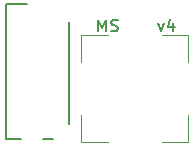
<source format=gbr>
G04 #@! TF.GenerationSoftware,KiCad,Pcbnew,(5.1.0)-1*
G04 #@! TF.CreationDate,2019-09-21T16:05:28-07:00*
G04 #@! TF.ProjectId,Miniscope-v4-wire-free,4d696e69-7363-46f7-9065-2d76342d7769,rev?*
G04 #@! TF.SameCoordinates,Original*
G04 #@! TF.FileFunction,Legend,Top*
G04 #@! TF.FilePolarity,Positive*
%FSLAX46Y46*%
G04 Gerber Fmt 4.6, Leading zero omitted, Abs format (unit mm)*
G04 Created by KiCad (PCBNEW (5.1.0)-1) date 2019-09-21 16:05:28*
%MOMM*%
%LPD*%
G04 APERTURE LIST*
%ADD10C,0.150000*%
%ADD11C,0.100000*%
G04 APERTURE END LIST*
D10*
X108350523Y-88495580D02*
X108350523Y-87495580D01*
X108683857Y-88209866D01*
X109017190Y-87495580D01*
X109017190Y-88495580D01*
X109445761Y-88447961D02*
X109588619Y-88495580D01*
X109826714Y-88495580D01*
X109921952Y-88447961D01*
X109969571Y-88400342D01*
X110017190Y-88305104D01*
X110017190Y-88209866D01*
X109969571Y-88114628D01*
X109921952Y-88067009D01*
X109826714Y-88019390D01*
X109636238Y-87971771D01*
X109541000Y-87924152D01*
X109493380Y-87876533D01*
X109445761Y-87781295D01*
X109445761Y-87686057D01*
X109493380Y-87590819D01*
X109541000Y-87543200D01*
X109636238Y-87495580D01*
X109874333Y-87495580D01*
X110017190Y-87543200D01*
X113398142Y-87828914D02*
X113636238Y-88495580D01*
X113874333Y-87828914D01*
X114683857Y-87828914D02*
X114683857Y-88495580D01*
X114445761Y-87447961D02*
X114207666Y-88162247D01*
X114826714Y-88162247D01*
D11*
X106909400Y-97856400D02*
X109174400Y-97856400D01*
X106909400Y-95591400D02*
X106909400Y-97856400D01*
X106909400Y-88796400D02*
X109174400Y-88796400D01*
X106909400Y-91061400D02*
X106909400Y-88796400D01*
X115969400Y-88796400D02*
X113704400Y-88796400D01*
X115969400Y-91061400D02*
X115969400Y-88796400D01*
X115969400Y-97856400D02*
X113704400Y-97856400D01*
X115969400Y-95591400D02*
X115969400Y-97856400D01*
D10*
X103687400Y-97608800D02*
X104487400Y-97608800D01*
X105887400Y-87708800D02*
X105887400Y-96308800D01*
X100487400Y-86208800D02*
X102287400Y-86208800D01*
X100487400Y-97608800D02*
X101787400Y-97608800D01*
X100487400Y-86208800D02*
X100487400Y-97608800D01*
M02*

</source>
